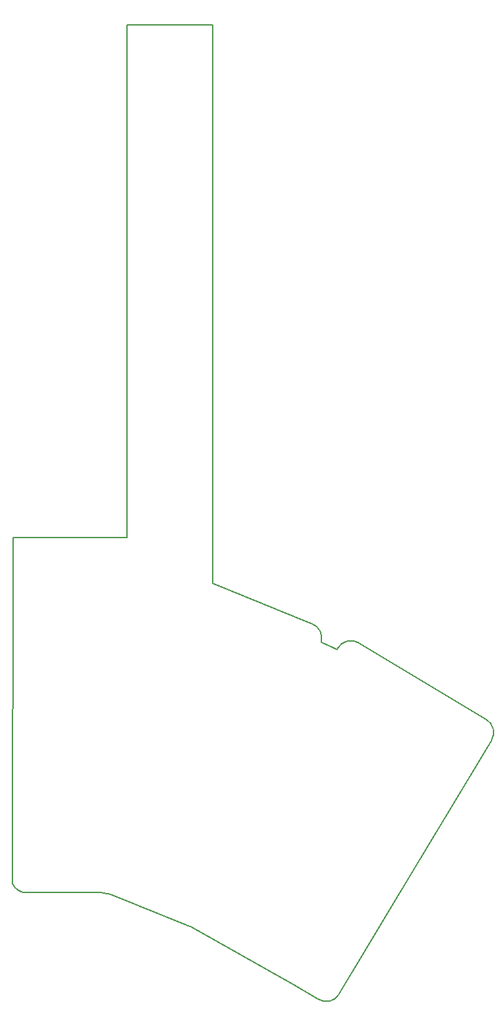
<source format=gbr>
%TF.GenerationSoftware,KiCad,Pcbnew,6.0.10-86aedd382b~118~ubuntu22.04.1*%
%TF.CreationDate,2023-01-31T18:18:49-07:00*%
%TF.ProjectId,scaarix_flow_thumb_cluster,73636161-7269-4785-9f66-6c6f775f7468,v1.0.0*%
%TF.SameCoordinates,Original*%
%TF.FileFunction,Profile,NP*%
%FSLAX46Y46*%
G04 Gerber Fmt 4.6, Leading zero omitted, Abs format (unit mm)*
G04 Created by KiCad (PCBNEW 6.0.10-86aedd382b~118~ubuntu22.04.1) date 2023-01-31 18:18:49*
%MOMM*%
%LPD*%
G01*
G04 APERTURE LIST*
%TA.AperFunction,Profile*%
%ADD10C,0.150000*%
%TD*%
G04 APERTURE END LIST*
D10*
X318859052Y-164511347D02*
G75*
G03*
X318174778Y-161766927I-1714852J1029947D01*
G01*
X293160869Y-195970681D02*
X296440172Y-197939388D01*
X256916673Y-183068496D02*
X257000000Y-138280000D01*
X308970306Y-180968950D02*
X318859037Y-164511338D01*
X298972756Y-152562455D02*
X298876192Y-152723164D01*
X279855529Y-188539100D02*
G75*
G03*
X279908969Y-188559805I749171J1854300D01*
G01*
X301717161Y-151878205D02*
G75*
G03*
X298972755Y-152562455I-1030061J-1714395D01*
G01*
X282800000Y-71987543D02*
X271700000Y-71987543D01*
X282800000Y-144212458D02*
X282800000Y-71987543D01*
X279908969Y-188559805D02*
X293160869Y-195970681D01*
X271700000Y-138270019D02*
X271700000Y-71987543D01*
X295663929Y-149411941D02*
X282800000Y-144212458D01*
X296440140Y-197939436D02*
G75*
G03*
X299184583Y-197255129I1065160J1573636D01*
G01*
X258712202Y-184187544D02*
X268501909Y-184187544D01*
X318174778Y-161766927D02*
X301717166Y-151878196D01*
X269625724Y-184406005D02*
G75*
G03*
X268501909Y-184187544I-1123824J-2781395D01*
G01*
X256916730Y-183068468D02*
G75*
G03*
X258712201Y-184187544I1795570J880968D01*
G01*
X269625729Y-184405992D02*
X279855529Y-188539100D01*
X257000000Y-138280000D02*
X271700000Y-138270019D01*
X296850124Y-151770410D02*
G75*
G03*
X295663929Y-149411941I-1935424J504110D01*
G01*
X298876192Y-152723164D02*
X296850142Y-151770415D01*
X299184583Y-197255129D02*
X308970306Y-180968950D01*
M02*

</source>
